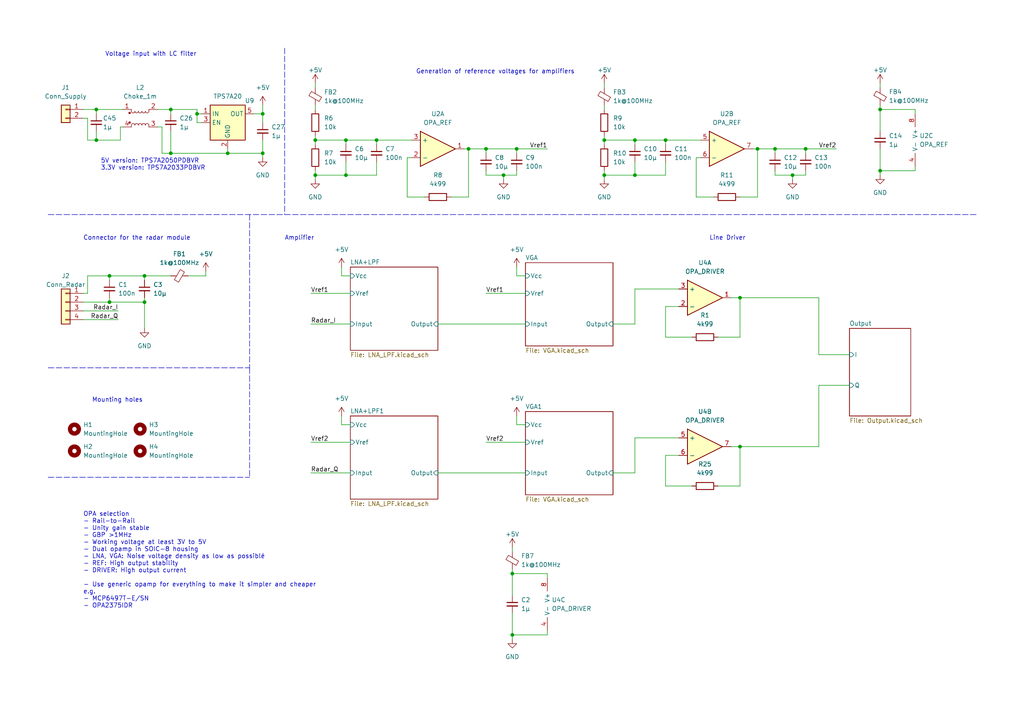
<source format=kicad_sch>
(kicad_sch (version 20211123) (generator eeschema)
  (paper "A4")
  (title_block (title "CITRAD - LNA + LPF PCB") (date "2023-06-19") (rev "1"))
  (lib_symbols
    (symbol "Connector_Generic:Conn_01x02" (pin_names (offset 1.016) hide)
      (property "Reference" "J" (at 0 2.54 0))
      (property "Value" "Conn_01x02" (at 0 -5.08 0))
      (symbol "Conn_01x02_1_1"
        (rectangle (start -1.27 -2.413) (end 0 -2.667) (stroke (width 0.1524)))
        (rectangle (start -1.27 0.127) (end 0 -0.127) (stroke (width 0.1524)))
        (rectangle (start -1.27 1.27) (end 1.27 -3.81) (stroke (width 0.254)) (fill (type background)))
        (pin passive line (at -5.08 0 0) (length 3.81) (name "Pin_1") (number "1"))
        (pin passive line (at -5.08 -2.54 0) (length 3.81) (name "Pin_2") (number "2"))
      )
    )
    (symbol "Connector_Generic:Conn_01x04" (pin_names (offset 1.016) hide)
      (property "Reference" "J" (at 0 5.08 0))
      (property "Value" "Conn_01x04" (at 0 -7.62 0))
      (symbol "Conn_01x04_1_1"
        (rectangle (start -1.27 -4.953) (end 0 -5.207) (stroke (width 0.1524)))
        (rectangle (start -1.27 -2.413) (end 0 -2.667) (stroke (width 0.1524)))
        (rectangle (start -1.27 0.127) (end 0 -0.127) (stroke (width 0.1524)))
        (rectangle (start -1.27 2.667) (end 0 2.413) (stroke (width 0.1524)))
        (rectangle (start -1.27 3.81) (end 1.27 -6.35) (stroke (width 0.254)) (fill (type background)))
        (pin passive line (at -5.08 2.54 0) (length 3.81) (name "Pin_1") (number "1"))
        (pin passive line (at -5.08 0 0) (length 3.81) (name "Pin_2") (number "2"))
        (pin passive line (at -5.08 -2.54 0) (length 3.81) (name "Pin_3") (number "3"))
        (pin passive line (at -5.08 -5.08 0) (length 3.81) (name "Pin_4") (number "4"))
      )
    )
    (symbol "Device:C_Small" (pin_numbers hide) (pin_names (offset 0.254) hide)
      (property "Reference" "C" (at 0.254 1.778 0))
      (property "Value" "C_Small" (at 0.254 -2.032 0))
      (symbol "C_Small_0_1"
        (polyline (pts (xy -1.524 -0.508) (xy 1.524 -0.508)) (stroke (width 0.3302)))
        (polyline (pts (xy -1.524 0.508) (xy 1.524 0.508)) (stroke (width 0.3048)))
      )
      (symbol "C_Small_1_1"
        (pin passive line (at 0 2.54 270) (length 2.032) (name "~") (number "1"))
        (pin passive line (at 0 -2.54 90) (length 2.032) (name "~") (number "2"))
      )
    )
    (symbol "Device:FerriteBead_Small" (pin_numbers hide) (pin_names (offset 0))
      (property "Reference" "FB" (at 1.905 1.27 0))
      (property "Value" "FerriteBead_Small" (at 1.905 -1.27 0))
      (symbol "FerriteBead_Small_0_1"
        (polyline (pts (xy 0 -1.27) (xy 0 -0.7874)))
        (polyline (pts (xy 0 0.889) (xy 0 1.2954)))
        (polyline (pts (xy -1.8288 0.2794) (xy -1.1176 1.4986) (xy 1.8288 -0.2032) (xy 1.1176 -1.4224) (xy -1.8288 0.2794)))
      )
      (symbol "FerriteBead_Small_1_1"
        (pin passive line (at 0 2.54 270) (length 1.27) (name "~") (number "1"))
        (pin passive line (at 0 -2.54 90) (length 1.27) (name "~") (number "2"))
      )
    )
    (symbol "Device:L_Coupled_1243" (pin_names (offset 0.254) hide)
      (property "Reference" "L" (at 0 4.445 0))
      (property "Value" "L_Coupled_1243" (at 0 -4.445 0))
      (symbol "L_Coupled_1243_0_1"
        (circle (center -3.048 -1.27) (radius 0.254) (fill (type outline)))
        (circle (center -3.048 1.524) (radius 0.254) (fill (type outline)))
        (arc (start -2.54 2.032) (mid -2.032 1.524) (end -1.524 2.032))
        (arc (start -1.524 -2.032) (mid -2.032 -1.524) (end -2.54 -2.032))
        (arc (start -1.524 2.032) (mid -1.016 1.524) (end -0.508 2.032))
        (arc (start -0.508 -2.032) (mid -1.016 -1.524) (end -1.524 -2.032))
        (arc (start -0.508 2.032) (mid 0 1.524) (end 0.508 2.032))
        (polyline (pts (xy -2.54 -2.032) (xy -2.54 -2.54)))
        (polyline (pts (xy -2.54 2.032) (xy -2.54 2.54)))
        (polyline (pts (xy 2.54 -2.032) (xy 2.54 -2.54)))
        (polyline (pts (xy 2.54 2.54) (xy 2.54 2.032)))
        (arc (start 0.508 -2.032) (mid 0 -1.524) (end -0.508 -2.032))
        (arc (start 0.508 2.032) (mid 1.016 1.524) (end 1.524 2.032))
        (arc (start 1.524 -2.032) (mid 1.016 -1.524) (end 0.508 -2.032))
        (arc (start 1.524 2.032) (mid 2.032 1.524) (end 2.54 2.032))
        (arc (start 2.54 -2.032) (mid 2.032 -1.524) (end 1.524 -2.032))
      )
      (symbol "L_Coupled_1243_1_1"
        (pin passive line (at -5.08 2.54 0) (length 2.54) (name "1") (number "1"))
        (pin passive line (at 5.08 2.54 180) (length 2.54) (name "2") (number "2"))
        (pin passive line (at 5.08 -2.54 180) (length 2.54) (name "3") (number "3"))
        (pin passive line (at -5.08 -2.54 0) (length 2.54) (name "4") (number "4"))
      )
    )
    (symbol "Device:Opamp_Dual"
      (property "Reference" "U" (at 0 5.08 0))
      (property "Value" "Opamp_Dual" (at 0 -5.08 0))
      (symbol "Opamp_Dual_1_1"
        (polyline (pts (xy -5.08 5.08) (xy 5.08 0) (xy -5.08 -5.08) (xy -5.08 5.08)) (stroke (width 0.254)) (fill (type background)))
        (pin output line (at 7.62 0 180) (length 2.54) (name "~") (number "1"))
        (pin input line (at -7.62 -2.54 0) (length 2.54) (name "-") (number "2"))
        (pin input line (at -7.62 2.54 0) (length 2.54) (name "+") (number "3"))
      )
      (symbol "Opamp_Dual_2_1"
        (polyline (pts (xy -5.08 5.08) (xy 5.08 0) (xy -5.08 -5.08) (xy -5.08 5.08)) (stroke (width 0.254)) (fill (type background)))
        (pin input line (at -7.62 2.54 0) (length 2.54) (name "+") (number "5"))
        (pin input line (at -7.62 -2.54 0) (length 2.54) (name "-") (number "6"))
        (pin output line (at 7.62 0 180) (length 2.54) (name "~") (number "7"))
      )
      (symbol "Opamp_Dual_3_1"
        (pin power_in line (at -2.54 -7.62 90) (length 3.81) (name "V-") (number "4"))
        (pin power_in line (at -2.54 7.62 270) (length 3.81) (name "V+") (number "8"))
      )
    )
    (symbol "Device:R" (pin_numbers hide) (pin_names (offset 0))
      (property "Reference" "R" (at 2.032 0 90))
      (property "Value" "R" (at 0 0 90))
      (symbol "R_0_1"
        (rectangle (start -1.016 -2.54) (end 1.016 2.54) (stroke (width 0.254)))
      )
      (symbol "R_1_1"
        (pin passive line (at 0 3.81 270) (length 1.27) (name "~") (number "1"))
        (pin passive line (at 0 -3.81 90) (length 1.27) (name "~") (number "2"))
      )
    )
    (symbol "Mechanical:MountingHole" (pin_names (offset 1.016))
      (property "Reference" "H" (at 0 5.08 0))
      (property "Value" "MountingHole" (at 0 3.175 0))
      (symbol "MountingHole_0_1"
        (circle (center 0 0) (radius 1.27) (stroke (width 1.27)))
      )
    )
    (symbol "Regulator_Linear:TPS7A0508PDBV"
      (property "Reference" "U" (at -3.81 6.35 0))
      (property "Value" "TPS7A0508PDBV" (at 6.35 6.35 0))
      (symbol "TPS7A0508PDBV_0_1"
        (rectangle (start -5.08 -5.08) (end 5.08 5.08) (stroke (width 0.254)) (fill (type background)))
        (pin power_in line (at -7.62 2.54 0) (length 2.54) (name "IN") (number "1"))
        (pin power_in line (at 0 -7.62 90) (length 2.54) (name "GND") (number "2"))
        (pin input line (at -7.62 0 0) (length 2.54) (name "EN") (number "3"))
        (pin no_connect line (at 5.08 0 180) (length 2.54) hide (name "NC") (number "4"))
        (pin power_out line (at 7.62 2.54 180) (length 2.54) (name "OUT") (number "5"))
      )
    )
    (symbol "power:+5V" (power) (pin_names (offset 0))
      (property "Value" "+5V" (at 0 3.556 0))
      (symbol "+5V_0_1"
        (polyline (pts (xy -0.762 1.27) (xy 0 2.54)))
        (polyline (pts (xy 0 0) (xy 0 2.54)))
        (polyline (pts (xy 0 2.54) (xy 0.762 1.27)))
      )
      (symbol "+5V_1_1"
        (pin power_in line (at 0 0 90) (length 0) hide (name "+5V") (number "1"))
      )
    )
    (symbol "power:GND" (power) (pin_names (offset 0))
      (property "Value" "GND" (at 0 -3.81 0))
      (symbol "GND_0_1"
        (polyline (pts (xy 0 0) (xy 0 -1.27) (xy 1.27 -1.27) (xy 0 -2.54) (xy -1.27 -1.27) (xy 0 -1.27)))
      )
      (symbol "GND_1_1"
        (pin power_in line (at 0 0 270) (length 0) hide (name "GND") (number "1"))
      )
    )
  )
  (junction (at 184.15 50.8))
  (junction (at 135.89 43.18))
  (junction (at 49.53 44.45))
  (junction (at 109.22 40.64))
  (junction (at 76.2 33.02))
  (junction (at 27.94 31.75))
  (junction (at 193.04 40.64))
  (junction (at 214.63 129.54))
  (junction (at 76.2 44.45))
  (junction (at 148.59 184.15))
  (junction (at 184.15 40.64))
  (junction (at 229.87 50.8))
  (junction (at 27.94 40.64))
  (junction (at 66.04 44.45))
  (junction (at 31.75 87.63))
  (junction (at 149.86 43.18))
  (junction (at 49.53 31.75))
  (junction (at 146.05 50.8))
  (junction (at 100.33 40.64))
  (junction (at 224.79 43.18))
  (junction (at 41.91 87.63))
  (junction (at 175.26 40.64))
  (junction (at 91.44 40.64))
  (junction (at 100.33 50.8))
  (junction (at 175.26 50.8))
  (junction (at 41.91 80.01))
  (junction (at 255.27 31.75))
  (junction (at 214.63 86.36))
  (junction (at 219.71 43.18))
  (junction (at 31.75 80.01))
  (junction (at 91.44 50.8))
  (junction (at 140.97 43.18))
  (junction (at 148.59 166.37))
  (junction (at 255.27 49.53))
  (junction (at 233.68 43.18))
  (junction (at 57.15 33.02))
  (wire (pts (xy 31.75 81.28) (xy 31.75 80.01)))
  (wire (pts (xy 91.44 39.37) (xy 91.44 40.64)))
  (wire (pts (xy 193.04 97.79) (xy 200.66 97.79)))
  (wire (pts (xy 208.28 140.97) (xy 214.63 140.97)))
  (wire (pts (xy 148.59 172.72) (xy 148.59 166.37)))
  (wire (pts (xy 193.04 50.8) (xy 193.04 46.99)))
  (wire (pts (xy 91.44 50.8) (xy 91.44 52.07)))
  (wire (pts (xy 149.86 80.01) (xy 152.4 80.01)))
  (wire (pts (xy 265.43 48.26) (xy 265.43 49.53)))
  (wire (pts (xy 27.94 40.64) (xy 34.925 40.64)))
  (wire (pts (xy 25.4 34.29) (xy 25.4 40.64)))
  (wire (pts (xy 76.2 30.48) (xy 76.2 33.02)))
  (wire (pts (xy 246.38 102.87) (xy 237.49 102.87)))
  (wire (pts (xy 193.04 140.97) (xy 200.66 140.97)))
  (wire (pts (xy 193.04 132.08) (xy 193.04 140.97)))
  (polyline (pts (xy 82.55 13.97) (xy 82.55 62.23)))
  (wire (pts (xy 255.27 30.48) (xy 255.27 31.75)))
  (wire (pts (xy 203.2 40.64) (xy 193.04 40.64)))
  (wire (pts (xy 214.63 97.79) (xy 214.63 86.36)))
  (wire (pts (xy 118.11 57.15) (xy 123.19 57.15)))
  (wire (pts (xy 76.2 40.64) (xy 76.2 44.45)))
  (wire (pts (xy 66.04 44.45) (xy 76.2 44.45)))
  (wire (pts (xy 27.94 31.75) (xy 27.94 33.02)))
  (wire (pts (xy 233.68 50.8) (xy 233.68 49.53)))
  (wire (pts (xy 149.86 43.18) (xy 149.86 44.45)))
  (wire (pts (xy 91.44 24.13) (xy 91.44 25.4)))
  (wire (pts (xy 54.61 80.01) (xy 59.69 80.01)))
  (wire (pts (xy 229.87 50.8) (xy 233.68 50.8)))
  (wire (pts (xy 229.87 50.8) (xy 229.87 52.07)))
  (wire (pts (xy 119.38 45.72) (xy 118.11 45.72)))
  (wire (pts (xy 73.66 33.02) (xy 76.2 33.02)))
  (wire (pts (xy 184.15 40.64) (xy 184.15 41.91)))
  (wire (pts (xy 146.05 50.8) (xy 146.05 52.07)))
  (wire (pts (xy 196.85 88.9) (xy 193.04 88.9)))
  (wire (pts (xy 90.17 137.16) (xy 101.6 137.16)))
  (wire (pts (xy 208.28 97.79) (xy 214.63 97.79)))
  (wire (pts (xy 140.97 43.18) (xy 149.86 43.18)))
  (wire (pts (xy 255.27 49.53) (xy 265.43 49.53)))
  (wire (pts (xy 148.59 165.1) (xy 148.59 166.37)))
  (polyline (pts (xy 13.97 106.68) (xy 72.39 106.68)))
  (wire (pts (xy 149.86 50.8) (xy 149.86 49.53)))
  (wire (pts (xy 140.97 43.18) (xy 140.97 44.45)))
  (wire (pts (xy 57.15 35.56) (xy 58.42 35.56)))
  (wire (pts (xy 90.17 85.09) (xy 101.6 85.09)))
  (wire (pts (xy 149.86 43.18) (xy 158.75 43.18)))
  (wire (pts (xy 184.15 50.8) (xy 193.04 50.8)))
  (wire (pts (xy 149.86 120.65) (xy 149.86 123.19)))
  (wire (pts (xy 177.8 137.16) (xy 184.15 137.16)))
  (wire (pts (xy 175.26 24.13) (xy 175.26 25.4)))
  (wire (pts (xy 31.75 86.36) (xy 31.75 87.63)))
  (wire (pts (xy 246.38 111.76) (xy 237.49 111.76)))
  (wire (pts (xy 237.49 129.54) (xy 214.63 129.54)))
  (wire (pts (xy 127 93.98) (xy 152.4 93.98)))
  (wire (pts (xy 255.27 31.75) (xy 265.43 31.75)))
  (wire (pts (xy 90.17 128.27) (xy 101.6 128.27)))
  (wire (pts (xy 35.56 36.83) (xy 34.925 36.83)))
  (wire (pts (xy 49.53 31.75) (xy 57.15 31.75)))
  (wire (pts (xy 109.22 40.64) (xy 109.22 41.91)))
  (wire (pts (xy 148.59 158.75) (xy 148.59 160.02)))
  (wire (pts (xy 140.97 85.09) (xy 152.4 85.09)))
  (wire (pts (xy 193.04 40.64) (xy 184.15 40.64)))
  (wire (pts (xy 76.2 44.45) (xy 76.2 45.72)))
  (wire (pts (xy 100.33 46.99) (xy 100.33 50.8)))
  (wire (pts (xy 237.49 86.36) (xy 214.63 86.36)))
  (wire (pts (xy 34.925 36.83) (xy 34.925 40.64)))
  (wire (pts (xy 46.99 44.45) (xy 49.53 44.45)))
  (wire (pts (xy 135.89 43.18) (xy 134.62 43.18)))
  (wire (pts (xy 91.44 50.8) (xy 100.33 50.8)))
  (wire (pts (xy 255.27 49.53) (xy 255.27 50.8)))
  (wire (pts (xy 224.79 43.18) (xy 224.79 44.45)))
  (wire (pts (xy 237.49 102.87) (xy 237.49 86.36)))
  (wire (pts (xy 196.85 132.08) (xy 193.04 132.08)))
  (wire (pts (xy 184.15 127) (xy 196.85 127)))
  (wire (pts (xy 146.05 50.8) (xy 149.86 50.8)))
  (wire (pts (xy 224.79 43.18) (xy 233.68 43.18)))
  (wire (pts (xy 158.75 166.37) (xy 158.75 167.64)))
  (wire (pts (xy 140.97 49.53) (xy 140.97 50.8)))
  (wire (pts (xy 99.06 80.01) (xy 101.6 80.01)))
  (wire (pts (xy 130.81 57.15) (xy 135.89 57.15)))
  (wire (pts (xy 57.15 33.02) (xy 58.42 33.02)))
  (wire (pts (xy 140.97 128.27) (xy 152.4 128.27)))
  (wire (pts (xy 109.22 50.8) (xy 109.22 46.99)))
  (wire (pts (xy 27.94 38.1) (xy 27.94 40.64)))
  (wire (pts (xy 233.68 43.18) (xy 233.68 44.45)))
  (wire (pts (xy 99.06 123.19) (xy 101.6 123.19)))
  (wire (pts (xy 175.26 49.53) (xy 175.26 50.8)))
  (wire (pts (xy 24.13 90.17) (xy 34.29 90.17)))
  (wire (pts (xy 91.44 40.64) (xy 91.44 41.91)))
  (wire (pts (xy 148.59 184.15) (xy 158.75 184.15)))
  (wire (pts (xy 255.27 38.1) (xy 255.27 31.75)))
  (wire (pts (xy 184.15 137.16) (xy 184.15 127)))
  (wire (pts (xy 90.17 93.98) (xy 101.6 93.98)))
  (wire (pts (xy 49.53 38.1) (xy 49.53 44.45)))
  (wire (pts (xy 49.53 31.75) (xy 49.53 33.02)))
  (wire (pts (xy 140.97 50.8) (xy 146.05 50.8)))
  (wire (pts (xy 27.94 31.75) (xy 35.56 31.75)))
  (wire (pts (xy 46.99 36.83) (xy 46.99 44.45)))
  (wire (pts (xy 25.4 40.64) (xy 27.94 40.64)))
  (wire (pts (xy 31.75 80.01) (xy 41.91 80.01)))
  (wire (pts (xy 184.15 83.82) (xy 196.85 83.82)))
  (wire (pts (xy 193.04 40.64) (xy 193.04 41.91)))
  (polyline (pts (xy 72.39 62.23) (xy 72.39 106.68)))
  (wire (pts (xy 59.69 80.01) (xy 59.69 78.74)))
  (wire (pts (xy 24.13 34.29) (xy 25.4 34.29)))
  (wire (pts (xy 135.89 57.15) (xy 135.89 43.18)))
  (wire (pts (xy 119.38 40.64) (xy 109.22 40.64)))
  (wire (pts (xy 66.04 44.45) (xy 66.04 43.18)))
  (wire (pts (xy 31.75 80.01) (xy 25.4 80.01)))
  (wire (pts (xy 148.59 184.15) (xy 148.59 185.42)))
  (wire (pts (xy 237.49 111.76) (xy 237.49 129.54)))
  (wire (pts (xy 99.06 120.65) (xy 99.06 123.19)))
  (wire (pts (xy 149.86 77.47) (xy 149.86 80.01)))
  (wire (pts (xy 24.13 92.71) (xy 34.29 92.71)))
  (wire (pts (xy 214.63 140.97) (xy 214.63 129.54)))
  (wire (pts (xy 219.71 43.18) (xy 224.79 43.18)))
  (wire (pts (xy 24.13 31.75) (xy 27.94 31.75)))
  (wire (pts (xy 214.63 129.54) (xy 212.09 129.54)))
  (wire (pts (xy 45.72 36.83) (xy 46.99 36.83)))
  (wire (pts (xy 219.71 57.15) (xy 219.71 43.18)))
  (wire (pts (xy 175.26 39.37) (xy 175.26 40.64)))
  (wire (pts (xy 233.68 43.18) (xy 242.57 43.18)))
  (wire (pts (xy 175.26 50.8) (xy 175.26 52.07)))
  (wire (pts (xy 203.2 45.72) (xy 201.93 45.72)))
  (wire (pts (xy 100.33 40.64) (xy 100.33 41.91)))
  (wire (pts (xy 255.27 43.18) (xy 255.27 49.53)))
  (wire (pts (xy 135.89 43.18) (xy 140.97 43.18)))
  (wire (pts (xy 214.63 86.36) (xy 212.09 86.36)))
  (wire (pts (xy 24.13 87.63) (xy 31.75 87.63)))
  (wire (pts (xy 193.04 88.9) (xy 193.04 97.79)))
  (wire (pts (xy 118.11 45.72) (xy 118.11 57.15)))
  (wire (pts (xy 158.75 182.88) (xy 158.75 184.15)))
  (polyline (pts (xy 13.97 62.23) (xy 283.21 62.23)))
  (wire (pts (xy 91.44 30.48) (xy 91.44 31.75)))
  (wire (pts (xy 99.06 77.47) (xy 99.06 80.01)))
  (wire (pts (xy 57.15 35.56) (xy 57.15 33.02)))
  (wire (pts (xy 255.27 24.13) (xy 255.27 25.4)))
  (wire (pts (xy 149.86 123.19) (xy 152.4 123.19)))
  (wire (pts (xy 109.22 40.64) (xy 100.33 40.64)))
  (wire (pts (xy 148.59 166.37) (xy 158.75 166.37)))
  (wire (pts (xy 265.43 31.75) (xy 265.43 33.02)))
  (wire (pts (xy 91.44 40.64) (xy 100.33 40.64)))
  (wire (pts (xy 184.15 46.99) (xy 184.15 50.8)))
  (polyline (pts (xy 72.39 106.68) (xy 72.39 138.43)))
  (wire (pts (xy 224.79 50.8) (xy 229.87 50.8)))
  (wire (pts (xy 45.72 31.75) (xy 49.53 31.75)))
  (wire (pts (xy 100.33 50.8) (xy 109.22 50.8)))
  (wire (pts (xy 219.71 43.18) (xy 218.44 43.18)))
  (wire (pts (xy 25.4 80.01) (xy 25.4 85.09)))
  (wire (pts (xy 76.2 33.02) (xy 76.2 35.56)))
  (wire (pts (xy 175.26 50.8) (xy 184.15 50.8)))
  (wire (pts (xy 214.63 57.15) (xy 219.71 57.15)))
  (wire (pts (xy 91.44 49.53) (xy 91.44 50.8)))
  (wire (pts (xy 175.26 40.64) (xy 175.26 41.91)))
  (wire (pts (xy 66.04 44.45) (xy 49.53 44.45)))
  (wire (pts (xy 148.59 177.8) (xy 148.59 184.15)))
  (wire (pts (xy 175.26 30.48) (xy 175.26 31.75)))
  (wire (pts (xy 24.13 85.09) (xy 25.4 85.09)))
  (wire (pts (xy 224.79 49.53) (xy 224.79 50.8)))
  (wire (pts (xy 57.15 31.75) (xy 57.15 33.02)))
  (wire (pts (xy 41.91 80.01) (xy 41.91 81.28)))
  (wire (pts (xy 127 137.16) (xy 152.4 137.16)))
  (polyline (pts (xy 13.97 138.43) (xy 72.39 138.43)))
  (wire (pts (xy 41.91 87.63) (xy 41.91 95.25)))
  (wire (pts (xy 184.15 93.98) (xy 184.15 83.82)))
  (wire (pts (xy 177.8 93.98) (xy 184.15 93.98)))
  (wire (pts (xy 201.93 57.15) (xy 207.01 57.15)))
  (wire (pts (xy 41.91 80.01) (xy 49.53 80.01)))
  (wire (pts (xy 201.93 45.72) (xy 201.93 57.15)))
  (wire (pts (xy 31.75 87.63) (xy 41.91 87.63)))
  (wire (pts (xy 175.26 40.64) (xy 184.15 40.64)))
  (wire (pts (xy 41.91 86.36) (xy 41.91 87.63)))
  (text "Generation of reference voltages for amplifiers" (at 120.65 21.59 0) (effects (font (size 1.27 1.27)) (justify left bottom)))
  (text "Voltage input with LC filter" (at 30.48 16.51 0) (effects (font (size 1.27 1.27)) (justify left bottom)))
  (text "Line Driver" (at 205.74 69.85 0) (effects (font (size 1.27 1.27)) (justify left bottom)))
  (text "Mounting holes" (at 26.67 116.84 0) (effects (font (size 1.27 1.27)) (justify left bottom)))
  (text "Connector for the radar module" (at 24.13 69.85 0) (effects (font (size 1.27 1.27)) (justify left bottom)))
  (text "5V version: TPS7A2050PDBVR\n3.3V version: TPS7A2033PDBVR" (at 29.21 49.53 0) (effects (font (size 1.27 1.27)) (justify left bottom)))
  (text "OPA selection\n- Rail-to-Rail\n- Unity gain stable\n- GBP >1MHz\n- Working voltage at least 3V to 5V\n- Dual opamp in SOIC-8 housing\n- LNA, VGA: Noise voltage density as low as possiblé\n- REF: High output stability\n- DRIVER: High output current\n\n- Use generic opamp for everything to make it simpler and cheaper\ne.g.\n- MCP6497T-E/SN \n- OPA2375IDR " (at 24.13 176.53 0) (effects (font (size 1.27 1.27)) (justify left bottom)))
  (text "Amplifier" (at 82.55 69.85 0) (effects (font (size 1.27 1.27)) (justify left bottom)))
  (label "Vref2" (at 242.57 43.18 180))
  (label "Vref2" (at 90.17 128.27 0))
  (label "Radar_I" (at 34.29 90.17 180))
  (label "Vref1" (at 90.17 85.09 0))
  (label "Vref1" (at 158.75 43.18 180))
  (label "Radar_I" (at 90.17 93.98 0))
  (label "Radar_Q" (at 90.17 137.16 0))
  (label "Vref2" (at 140.97 128.27 0))
  (label "Vref1" (at 140.97 85.09 0))
  (label "Radar_Q" (at 34.29 92.71 180))
  (symbol (lib_id "Device:R") (at 204.47 140.97 90) (unit 1)
    (property "Reference" "R25" (at 204.47 134.62 90))
    (property "Value" "4k99" (at 204.47 137.16 90))
    (property "Footprint" "Resistor_SMD:R_1206_3216Metric_Pad1.30x1.75mm_HandSolder" (effects hide))
    (property "Manufacture #" "CR1206-FX-4991ELF" (effects hide))
  )
  (symbol (lib_id "power:+5V") (at 255.27 24.13 0) (unit 1)
    (property "Reference" "#PWR0105" (effects hide))
    (property "Value" "+5V" (at 255.27 20.32 0))
  )
  (symbol (lib_id "Device:FerriteBead_Small") (at 175.26 27.94 180) (unit 1)
    (property "Reference" "FB3" (at 177.8 26.708 0) (effects (justify right)))
    (property "Value" "1k@100MHz" (at 177.8 29.248 0) (effects (justify right)))
    (property "Footprint" "Inductor_SMD:L_1206_3216Metric_Pad1.22x1.90mm_HandSolder" (effects hide))
    (property "Manufacture #" "BLM31KN102SN1L" (effects hide))
  )
  (symbol (lib_id "Device:C_Small") (at 184.15 44.45 0) (unit 1)
    (property "Reference" "C10" (at 186.69 43.1862 0) (effects (justify left)))
    (property "Value" "10µ" (at 186.69 45.7262 0) (effects (justify left)))
    (property "Footprint" "Capacitor_SMD:C_1206_3216Metric_Pad1.33x1.80mm_HandSolder" (effects hide))
    (property "Manufacture #" "GRM31CR71E106KA12L" (effects hide))
  )
  (symbol (lib_id "Device:Opamp_Dual") (at 204.47 129.54 0) (unit 2)
    (property "Reference" "U4" (at 204.47 119.38 0))
    (property "Value" "OPA_DRIVER" (at 204.47 121.92 0))
    (property "Footprint" "Package_SO:SOIC-8_3.9x4.9mm_P1.27mm" (effects hide))
    (property "Manufacture #" "MCP6497T-E/SN" (effects hide))
  )
  (symbol (lib_id "power:+5V") (at 99.06 120.65 0) (unit 1)
    (property "Reference" "#PWR0118" (effects hide))
    (property "Value" "+5V" (at 99.06 115.57 0))
  )
  (symbol (lib_id "power:+5V") (at 59.69 78.74 0) (unit 1)
    (property "Reference" "#PWR0102" (effects hide))
    (property "Value" "+5V" (at 59.69 73.66 0))
  )
  (symbol (lib_id "Mechanical:MountingHole") (at 21.59 130.81 0) (unit 1)
    (property "Reference" "H2" (at 24.13 129.5399 0) (effects (justify left)))
    (property "Value" "MountingHole" (at 24.13 132.0799 0) (effects (justify left)))
    (property "Footprint" "MountingHole:MountingHole_3.2mm_M3" (effects hide))
  )
  (symbol (lib_id "power:GND") (at 148.59 185.42 0) (unit 1)
    (property "Reference" "#PWR0117" (effects hide))
    (property "Value" "GND" (at 148.59 190.5 0))
  )
  (symbol (lib_id "Device:C_Small") (at 41.91 83.82 0) (unit 1)
    (property "Reference" "C3" (at 44.45 82.5562 0) (effects (justify left)))
    (property "Value" "10µ" (at 44.45 85.0962 0) (effects (justify left)))
    (property "Footprint" "Capacitor_SMD:C_Elec_5x5.4" (effects hide))
    (property "Manufacture #" "865080642006 " (effects hide))
  )
  (symbol (lib_id "Device:C_Small") (at 255.27 40.64 0) (unit 1)
    (property "Reference" "C14" (at 257.81 39.3762 0) (effects (justify left)))
    (property "Value" "1µ" (at 257.81 41.9162 0) (effects (justify left)))
    (property "Footprint" "Capacitor_SMD:C_1206_3216Metric_Pad1.33x1.80mm_HandSolder" (effects hide))
    (property "Manufacture #" "C1206C105K4RACTU" (effects hide))
  )
  (symbol (lib_id "Device:Opamp_Dual") (at 204.47 86.36 0) (unit 1)
    (property "Reference" "U4" (at 204.47 76.2 0))
    (property "Value" "OPA_DRIVER" (at 204.47 78.74 0))
    (property "Footprint" "Package_SO:SOIC-8_3.9x4.9mm_P1.27mm" (effects hide))
    (property "Manufacture #" "MCP6497T-E/SN" (effects hide))
  )
  (symbol (lib_id "power:GND") (at 255.27 50.8 0) (unit 1)
    (property "Reference" "#PWR0104" (effects hide))
    (property "Value" "GND" (at 255.27 55.88 0))
  )
  (symbol (lib_id "Connector_Generic:Conn_01x04") (at 19.05 87.63 0) (mirror y) (unit 1)
    (property "Reference" "J2" (at 19.05 80.01 0))
    (property "Value" "Conn_Radar" (at 19.05 82.55 0))
    (property "Footprint" "Connector_PinSocket_2.54mm:PinSocket_1x04_P2.54mm_Vertical" (effects hide))
  )
  (symbol (lib_id "power:+5V") (at 91.44 24.13 0) (unit 1)
    (property "Reference" "#PWR0106" (effects hide))
    (property "Value" "+5V" (at 91.44 20.32 0))
  )
  (symbol (lib_id "power:+5V") (at 175.26 24.13 0) (unit 1)
    (property "Reference" "#PWR0113" (effects hide))
    (property "Value" "+5V" (at 175.26 20.32 0))
  )
  (symbol (lib_id "power:+5V") (at 148.59 158.75 0) (unit 1)
    (property "Reference" "#PWR0108" (effects hide))
    (property "Value" "+5V" (at 148.59 154.94 0))
  )
  (symbol (lib_id "Device:R") (at 175.26 45.72 0) (unit 1)
    (property "Reference" "R10" (at 177.8 44.4499 0) (effects (justify left)))
    (property "Value" "10k" (at 177.8 46.9899 0) (effects (justify left)))
    (property "Footprint" "Resistor_SMD:R_1206_3216Metric_Pad1.30x1.75mm_HandSolder" (effects hide))
    (property "Manufacture #" "CR1206-FX-1002ELF" (effects hide))
  )
  (symbol (lib_id "Mechanical:MountingHole") (at 40.64 124.46 0) (unit 1)
    (property "Reference" "H3" (at 43.18 123.1899 0) (effects (justify left)))
    (property "Value" "MountingHole" (at 43.18 125.7299 0) (effects (justify left)))
    (property "Footprint" "MountingHole:MountingHole_3.2mm_M3" (effects hide))
  )
  (symbol (lib_id "power:+5V") (at 149.86 120.65 0) (unit 1)
    (property "Reference" "#PWR0120" (effects hide))
    (property "Value" "+5V" (at 149.86 115.57 0))
  )
  (symbol (lib_id "Device:Opamp_Dual") (at 161.29 175.26 0) (unit 3)
    (property "Reference" "U4" (at 160.02 173.9899 0) (effects (justify left)))
    (property "Value" "OPA_DRIVER" (at 160.02 176.5299 0) (effects (justify left)))
    (property "Footprint" "Package_SO:SOIC-8_3.9x4.9mm_P1.27mm" (effects hide))
    (property "Manufacture #" "MCP6497T-E/SN" (effects hide))
  )
  (symbol (lib_id "Device:C_Small") (at 233.68 46.99 0) (unit 1)
    (property "Reference" "C13" (at 236.22 45.7262 0) (effects (justify left)))
    (property "Value" "100n" (at 236.22 48.2662 0) (effects (justify left)))
    (property "Footprint" "Capacitor_SMD:C_1206_3216Metric_Pad1.33x1.80mm_HandSolder" (effects hide))
    (property "Manufacture #" "C1206C104M5RACTU" (effects hide))
  )
  (symbol (lib_id "Device:R") (at 204.47 97.79 90) (unit 1)
    (property "Reference" "R1" (at 204.47 91.44 90))
    (property "Value" "4k99" (at 204.47 93.98 90))
    (property "Footprint" "Resistor_SMD:R_1206_3216Metric_Pad1.30x1.75mm_HandSolder" (effects hide))
    (property "Manufacture #" "CR1206-FX-4991ELF" (effects hide))
  )
  (symbol (lib_id "Device:C_Small") (at 49.53 35.56 0) (unit 1)
    (property "Reference" "C26" (at 52.07 34.2962 0) (effects (justify left)))
    (property "Value" "1µ" (at 52.07 36.8362 0) (effects (justify left)))
    (property "Footprint" "Capacitor_SMD:C_1206_3216Metric_Pad1.33x1.80mm_HandSolder" (effects hide))
    (property "Manufacture #" "C1206C105K4RACTU" (effects hide))
  )
  (symbol (lib_id "Device:C_Small") (at 149.86 46.99 0) (unit 1)
    (property "Reference" "C9" (at 152.4 45.7262 0) (effects (justify left)))
    (property "Value" "100n" (at 152.4 48.2662 0) (effects (justify left)))
    (property "Footprint" "Capacitor_SMD:C_1206_3216Metric_Pad1.33x1.80mm_HandSolder" (effects hide))
    (property "Manufacture #" "C1206C104M5RACTU" (effects hide))
  )
  (symbol (lib_id "power:+5V") (at 76.2 30.48 0) (unit 1)
    (property "Reference" "#PWR0111" (effects hide))
    (property "Value" "+5V" (at 76.2 25.4 0))
  )
  (symbol (lib_id "Device:C_Small") (at 27.94 35.56 0) (unit 1)
    (property "Reference" "C45" (at 29.845 34.29 0) (effects (justify left)))
    (property "Value" "1µ" (at 29.845 36.83 0) (effects (justify left)))
    (property "Footprint" "Capacitor_SMD:C_1206_3216Metric_Pad1.33x1.80mm_HandSolder" (effects hide))
    (property "Manufacture #" "C1206C105K4RACTU" (effects hide))
  )
  (symbol (lib_id "Device:R") (at 127 57.15 90) (unit 1)
    (property "Reference" "R8" (at 127 50.8 90))
    (property "Value" "4k99" (at 127 53.34 90))
    (property "Footprint" "Resistor_SMD:R_1206_3216Metric_Pad1.30x1.75mm_HandSolder" (effects hide))
    (property "Manufacture #" "CR1206-FX-4991ELF" (effects hide))
  )
  (symbol (lib_id "Connector_Generic:Conn_01x02") (at 19.05 31.75 0) (mirror y) (unit 1)
    (property "Reference" "J1" (at 19.05 25.4 0))
    (property "Value" "Conn_Supply" (at 19.05 27.94 0))
    (property "Footprint" "Connector_PinSocket_2.54mm:PinSocket_1x02_P2.54mm_Vertical" (effects hide))
  )
  (symbol (lib_id "power:GND") (at 91.44 52.07 0) (unit 1)
    (property "Reference" "#PWR0107" (effects hide))
    (property "Value" "GND" (at 91.44 57.15 0))
  )
  (symbol (lib_id "Device:C_Small") (at 100.33 44.45 0) (unit 1)
    (property "Reference" "C6" (at 102.87 43.1862 0) (effects (justify left)))
    (property "Value" "10µ" (at 102.87 45.7262 0) (effects (justify left)))
    (property "Footprint" "Capacitor_SMD:C_1206_3216Metric_Pad1.33x1.80mm_HandSolder" (effects hide))
    (property "Manufacture #" "GRM31CR71E106KA12L" (effects hide))
  )
  (symbol (lib_id "power:GND") (at 76.2 45.72 0) (unit 1)
    (property "Reference" "#PWR0110" (effects hide))
    (property "Value" "GND" (at 76.2 50.8 0))
  )
  (symbol (lib_id "power:GND") (at 146.05 52.07 0) (unit 1)
    (property "Reference" "#PWR0112" (effects hide))
    (property "Value" "GND" (at 146.05 57.15 0))
  )
  (symbol (lib_id "Device:C_Small") (at 31.75 83.82 0) (unit 1)
    (property "Reference" "C1" (at 34.29 82.5562 0) (effects (justify left)))
    (property "Value" "100n" (at 34.29 85.0962 0) (effects (justify left)))
    (property "Footprint" "Capacitor_SMD:C_1206_3216Metric_Pad1.33x1.80mm_HandSolder" (effects hide))
    (property "Manufacture #" "C1206C104M5RACTU" (effects hide))
  )
  (symbol (lib_id "Device:C_Small") (at 109.22 44.45 0) (unit 1)
    (property "Reference" "C7" (at 111.76 43.1862 0) (effects (justify left)))
    (property "Value" "100n" (at 111.76 45.7262 0) (effects (justify left)))
    (property "Footprint" "Capacitor_SMD:C_1206_3216Metric_Pad1.33x1.80mm_HandSolder" (effects hide))
    (property "Manufacture #" "C1206C104M5RACTU" (effects hide))
  )
  (symbol (lib_id "power:GND") (at 41.91 95.25 0) (unit 1)
    (property "Reference" "#PWR0101" (effects hide))
    (property "Value" "GND" (at 41.91 100.33 0))
  )
  (symbol (lib_id "Regulator_Linear:TPS7A0508PDBV") (at 66.04 35.56 0) (unit 1)
    (property "Reference" "U9" (at 72.39 29.21 0))
    (property "Value" "TPS7A20" (at 66.04 27.94 0))
    (property "Footprint" "Package_TO_SOT_SMD:SOT-23-5" (effects hide))
    (property "Manufacture #" "TPS7A2050PDBVR" (effects hide))
  )
  (symbol (lib_id "Device:FerriteBead_Small") (at 255.27 27.94 0) (unit 1)
    (property "Reference" "FB4" (at 257.81 26.6318 0) (effects (justify left)))
    (property "Value" "1k@100MHz" (at 257.81 29.1718 0) (effects (justify left)))
    (property "Footprint" "Inductor_SMD:L_1206_3216Metric_Pad1.22x1.90mm_HandSolder" (effects hide))
    (property "Manufacture #" "BLM31KN102SN1L" (effects hide))
  )
  (symbol (lib_id "Device:FerriteBead_Small") (at 52.07 80.01 90) (unit 1)
    (property "Reference" "FB1" (at 52.0319 73.66 90))
    (property "Value" "1k@100MHz" (at 52.0319 76.2 90))
    (property "Footprint" "Inductor_SMD:L_1206_3216Metric_Pad1.22x1.90mm_HandSolder" (effects hide))
    (property "Manufacture #" "BLM31KN102SN1L" (effects hide))
  )
  (symbol (lib_id "Device:C_Small") (at 193.04 44.45 0) (unit 1)
    (property "Reference" "C11" (at 195.58 43.1862 0) (effects (justify left)))
    (property "Value" "100n" (at 195.58 45.7262 0) (effects (justify left)))
    (property "Footprint" "Capacitor_SMD:C_1206_3216Metric_Pad1.33x1.80mm_HandSolder" (effects hide))
    (property "Manufacture #" "C1206C104M5RACTU" (effects hide))
  )
  (symbol (lib_id "Device:FerriteBead_Small") (at 148.59 162.56 0) (unit 1)
    (property "Reference" "FB7" (at 151.13 161.2518 0) (effects (justify left)))
    (property "Value" "1k@100MHz" (at 151.13 163.7918 0) (effects (justify left)))
    (property "Footprint" "Inductor_SMD:L_1206_3216Metric_Pad1.22x1.90mm_HandSolder" (effects hide))
    (property "Manufacture #" "BLM31KN102SN1L" (effects hide))
  )
  (symbol (lib_id "power:+5V") (at 99.06 77.47 0) (unit 1)
    (property "Reference" "#PWR0103" (effects hide))
    (property "Value" "+5V" (at 99.06 72.39 0))
  )
  (symbol (lib_id "Mechanical:MountingHole") (at 40.64 130.81 0) (unit 1)
    (property "Reference" "H4" (at 43.18 129.5399 0) (effects (justify left)))
    (property "Value" "MountingHole" (at 43.18 132.0799 0) (effects (justify left)))
    (property "Footprint" "MountingHole:MountingHole_3.2mm_M3" (effects hide))
  )
  (symbol (lib_id "power:GND") (at 175.26 52.07 0) (unit 1)
    (property "Reference" "#PWR0114" (effects hide))
    (property "Value" "GND" (at 175.26 57.15 0))
  )
  (symbol (lib_id "power:+5V") (at 149.86 77.47 0) (unit 1)
    (property "Reference" "#PWR0119" (effects hide))
    (property "Value" "+5V" (at 149.86 72.39 0))
  )
  (symbol (lib_id "Device:C_Small") (at 224.79 46.99 0) (unit 1)
    (property "Reference" "C12" (at 227.33 45.7262 0) (effects (justify left)))
    (property "Value" "10µ" (at 227.33 48.2662 0) (effects (justify left)))
    (property "Footprint" "Capacitor_SMD:C_1206_3216Metric_Pad1.33x1.80mm_HandSolder" (effects hide))
    (property "Manufacture #" "GRM31CR71E106KA12L" (effects hide))
  )
  (symbol (lib_id "Device:C_Small") (at 140.97 46.99 0) (unit 1)
    (property "Reference" "C8" (at 143.51 45.7262 0) (effects (justify left)))
    (property "Value" "10µ" (at 143.51 48.2662 0) (effects (justify left)))
    (property "Footprint" "Capacitor_SMD:C_1206_3216Metric_Pad1.33x1.80mm_HandSolder" (effects hide))
    (property "Manufacture #" "GRM31CR71E106KA12L" (effects hide))
  )
  (symbol (lib_id "Device:FerriteBead_Small") (at 91.44 27.94 180) (unit 1)
    (property "Reference" "FB2" (at 93.98 26.708 0) (effects (justify right)))
    (property "Value" "1k@100MHz" (at 93.98 29.248 0) (effects (justify right)))
    (property "Footprint" "Inductor_SMD:L_1206_3216Metric_Pad1.22x1.90mm_HandSolder" (effects hide))
    (property "Manufacture #" "BLM31KN102SN1L" (effects hide))
  )
  (symbol (lib_id "Device:L_Coupled_1243") (at 40.64 34.29 0) (unit 1)
    (property "Reference" "L2" (at 40.64 25.4 0))
    (property "Value" "Choke_1m" (at 40.64 27.94 0))
    (property "Footprint" "radaramp_footprints:Bourns_SRF1006" (effects hide))
    (property "Manufacture #" "SRF1006-102Y" (effects hide))
  )
  (symbol (lib_id "Mechanical:MountingHole") (at 21.59 124.46 0) (unit 1)
    (property "Reference" "H1" (at 24.13 123.1899 0) (effects (justify left)))
    (property "Value" "MountingHole" (at 24.13 125.7299 0) (effects (justify left)))
    (property "Footprint" "MountingHole:MountingHole_3.2mm_M3" (effects hide))
  )
  (symbol (lib_id "Device:Opamp_Dual") (at 267.97 40.64 0) (unit 3)
    (property "Reference" "U2" (at 266.7 39.3699 0) (effects (justify left)))
    (property "Value" "OPA_REF" (at 266.7 41.9099 0) (effects (justify left)))
    (property "Footprint" "Package_SO:SOIC-8_3.9x4.9mm_P1.27mm" (effects hide))
    (property "Manufacture #" "MCP6497T-E/SN" (effects hide))
  )
  (symbol (lib_id "Device:R") (at 91.44 35.56 0) (unit 1)
    (property "Reference" "R6" (at 93.98 34.2899 0) (effects (justify left)))
    (property "Value" "10k" (at 93.98 36.8299 0) (effects (justify left)))
    (property "Footprint" "Resistor_SMD:R_1206_3216Metric_Pad1.30x1.75mm_HandSolder" (effects hide))
    (property "Manufacture #" "CR1206-FX-1002ELF" (effects hide))
  )
  (symbol (lib_id "Device:Opamp_Dual") (at 127 43.18 0) (unit 1)
    (property "Reference" "U2" (at 127 33.02 0))
    (property "Value" "OPA_REF" (at 127 35.56 0))
    (property "Footprint" "Package_SO:SOIC-8_3.9x4.9mm_P1.27mm" (effects hide))
    (property "Manufacture #" "MCP6497T-E/SN" (effects hide))
  )
  (symbol (lib_id "Device:C_Small") (at 76.2 38.1 0) (unit 1)
    (property "Reference" "C27" (at 78.74 36.8362 0) (effects (justify left)))
    (property "Value" "1µ" (at 78.74 39.3762 0) (effects (justify left)))
    (property "Footprint" "Capacitor_SMD:C_1206_3216Metric_Pad1.33x1.80mm_HandSolder" (effects hide))
    (property "Manufacture #" "C1206C105K4RACTU" (effects hide))
  )
  (symbol (lib_id "Device:R") (at 175.26 35.56 0) (unit 1)
    (property "Reference" "R9" (at 177.8 34.2899 0) (effects (justify left)))
    (property "Value" "10k" (at 177.8 36.8299 0) (effects (justify left)))
    (property "Footprint" "Resistor_SMD:R_1206_3216Metric_Pad1.30x1.75mm_HandSolder" (effects hide))
    (property "Manufacture #" "CR1206-FX-1002ELF" (effects hide))
  )
  (symbol (lib_id "Device:R") (at 210.82 57.15 90) (unit 1)
    (property "Reference" "R11" (at 210.82 50.8 90))
    (property "Value" "4k99" (at 210.82 53.34 90))
    (property "Footprint" "Resistor_SMD:R_1206_3216Metric_Pad1.30x1.75mm_HandSolder" (effects hide))
    (property "Manufacture #" "CR1206-FX-4991ELF" (effects hide))
  )
  (symbol (lib_id "Device:R") (at 91.44 45.72 0) (unit 1)
    (property "Reference" "R7" (at 93.98 44.4499 0) (effects (justify left)))
    (property "Value" "10k" (at 93.98 46.9899 0) (effects (justify left)))
    (property "Footprint" "Resistor_SMD:R_1206_3216Metric_Pad1.30x1.75mm_HandSolder" (effects hide))
    (property "Manufacture #" "CR1206-FX-1002ELF" (effects hide))
  )
  (symbol (lib_id "power:GND") (at 229.87 52.07 0) (unit 1)
    (property "Reference" "#PWR0109" (effects hide))
    (property "Value" "GND" (at 229.87 57.15 0))
  )
  (symbol (lib_id "Device:Opamp_Dual") (at 210.82 43.18 0) (unit 2)
    (property "Reference" "U2" (at 210.82 33.02 0))
    (property "Value" "OPA_REF" (at 210.82 35.56 0))
    (property "Footprint" "Package_SO:SOIC-8_3.9x4.9mm_P1.27mm" (effects hide))
    (property "Manufacture #" "MCP6497T-E/SN" (effects hide))
  )
  (symbol (lib_id "Device:C_Small") (at 148.59 175.26 0) (unit 1)
    (property "Reference" "C2" (at 151.13 173.9962 0) (effects (justify left)))
    (property "Value" "1µ" (at 151.13 176.5362 0) (effects (justify left)))
    (property "Footprint" "Capacitor_SMD:C_1206_3216Metric_Pad1.33x1.80mm_HandSolder" (effects hide))
    (property "Manufacture #" "C1206C105K4RACTU" (effects hide))
  )
  (sheet (at 101.6 77.47) (size 25.4 24.13) (stroke (width 0.1524))
    (property "Sheet name" "LNA+LPF" (at 101.6 76.7584 0) (effects (justify left bottom)))
    (property "Sheet file" "LNA_LPF.kicad_sch" (at 101.6 102.1846 0) (effects (justify left top)))
    (pin "Output" input (at 127 93.98 0))
    (pin "Vref" input (at 101.6 85.09 180))
    (pin "Vcc" input (at 101.6 80.01 180))
    (pin "Input" input (at 101.6 93.98 180))
  )
  (sheet (at 101.6 120.65) (size 25.4 24.13) (stroke (width 0.1524))
    (property "Sheet name" "LNA+LPF1" (at 101.6 119.9384 0) (effects (justify left bottom)))
    (property "Sheet file" "LNA_LPF.kicad_sch" (at 101.6 145.3646 0) (effects (justify left top)))
    (pin "Output" input (at 127 137.16 0))
    (pin "Vref" input (at 101.6 128.27 180))
    (pin "Vcc" input (at 101.6 123.19 180))
    (pin "Input" input (at 101.6 137.16 180))
  )
  (sheet (at 152.4 119.38) (size 25.4 24.13) (stroke (width 0.1524))
    (property "Sheet name" "VGA1" (at 152.4 118.6684 0) (effects (justify left bottom)))
    (property "Sheet file" "VGA.kicad_sch" (at 152.4 144.0946 0) (effects (justify left top)))
    (pin "Output" input (at 177.8 137.16 0))
    (pin "Vcc" input (at 152.4 123.19 180))
    (pin "Vref" input (at 152.4 128.27 180))
    (pin "Input" input (at 152.4 137.16 180))
  )
  (sheet (at 246.38 95.25) (size 17.78 25.4) (stroke (width 0.1524))
    (property "Sheet name" "Output" (at 246.38 94.5384 0) (effects (justify left bottom)))
    (property "Sheet file" "Output.kicad_sch" (at 246.38 121.2346 0) (effects (justify left top)))
    (pin "Q" input (at 246.38 111.76 180))
    (pin "I" input (at 246.38 102.87 180))
  )
  (sheet (at 152.4 76.2) (size 25.4 24.13) (stroke (width 0.1524))
    (property "Sheet name" "VGA" (at 152.4 75.4884 0) (effects (justify left bottom)))
    (property "Sheet file" "VGA.kicad_sch" (at 152.4 100.9146 0) (effects (justify left top)))
    (pin "Output" input (at 177.8 93.98 0))
    (pin "Vcc" input (at 152.4 80.01 180))
    (pin "Vref" input (at 152.4 85.09 180))
    (pin "Input" input (at 152.4 93.98 180))
  )
)
</source>
